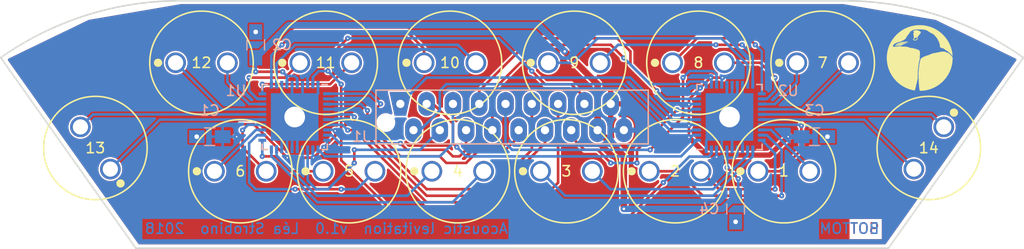
<source format=kicad_pcb>
(kicad_pcb (version 20171130) (host pcbnew "(5.0.1-3-g963ef8bb5)")
  (title_block (title "Acoustic levitation") (date 2018-04-11) (rev 1.0) (company "Wing PCB") (comment 1 "License: CERN OHL v1.2") (comment 2 "Author: Léa Strobino"))
  (layers (0 F.Cu signal) (31 B.Cu signal) (34 B.Paste user) (35 F.Paste user) (36 B.SilkS user) (37 F.SilkS user) (38 B.Mask user) (39 F.Mask user) (44 Edge.Cuts user))
  (net 0 "")
  (net 1 +3V3)
  (net 2 GND)
  (net 3 +12V)
  (net 4 /Piezo_A1)
  (net 5 /Piezo_A2)
  (net 6 /Piezo_A3)
  (net 7 /Piezo_A4)
  (net 8 /Piezo_A5)
  (net 9 /Piezo_A6)
  (net 10 /Piezo_A7)
  (net 11 /Piezo_B1)
  (net 12 /Piezo_B2)
  (net 13 /Piezo_B3)
  (net 14 /Piezo_B4)
  (net 15 /Piezo_B5)
  (net 16 /Piezo_B6)
  (net 17 /Piezo_B7)
  (net 18 /Enable)
  (net 19 "Net-(TR1-Pad1)")
  (net 20 "Net-(TR1-Pad2)")
  (net 21 "Net-(TR2-Pad1)")
  (net 22 "Net-(TR2-Pad2)")
  (net 23 "Net-(TR3-Pad1)")
  (net 24 "Net-(TR3-Pad2)")
  (net 25 "Net-(TR4-Pad1)")
  (net 26 "Net-(TR4-Pad2)")
  (net 27 "Net-(TR5-Pad1)")
  (net 28 "Net-(TR5-Pad2)")
  (net 29 "Net-(TR6-Pad1)")
  (net 30 "Net-(TR6-Pad2)")
  (net 31 "Net-(TR7-Pad1)")
  (net 32 "Net-(TR7-Pad2)")
  (net 33 "Net-(TR8-Pad1)")
  (net 34 "Net-(TR8-Pad2)")
  (net 35 "Net-(TR9-Pad1)")
  (net 36 "Net-(TR9-Pad2)")
  (net 37 "Net-(TR10-Pad1)")
  (net 38 "Net-(TR10-Pad2)")
  (net 39 "Net-(TR11-Pad1)")
  (net 40 "Net-(TR11-Pad2)")
  (net 41 "Net-(TR12-Pad1)")
  (net 42 "Net-(TR12-Pad2)")
  (net 43 "Net-(TR13-Pad1)")
  (net 44 "Net-(TR13-Pad2)")
  (net 45 "Net-(TR14-Pad1)")
  (net 46 "Net-(TR14-Pad2)")
  (module footprints:Murata_MA40S4S_TE_8134-HC-8P2 (layer F.Cu) (at 142.5 99.75)
    (fp_text reference TR1 hide)
    (fp_text value MA40S4S)
    (pad 2 thru_hole circle (at 2.5 0) (size 2 2) (drill 1.47) (layers *.Cu *.Mask) (net 20 "Net-(TR1-Pad2)"))
    (pad 1 thru_hole circle (at -2.5 0) (size 2 2) (drill 1.47) (layers *.Cu *.Mask) (net 19 "Net-(TR1-Pad1)"))
  )
  (module footprints:Murata_MA40S4S_TE_8134-HC-8P2 (layer F.Cu) (at 130.5 99.75)
    (fp_text reference TR2 hide)
    (fp_text value MA40S4S)
    (pad 2 thru_hole circle (at 2.5 0) (size 2 2) (drill 1.47) (layers *.Cu *.Mask) (net 22 "Net-(TR2-Pad2)"))
    (pad 1 thru_hole circle (at -2.5 0) (size 2 2) (drill 1.47) (layers *.Cu *.Mask) (net 21 "Net-(TR2-Pad1)"))
  )
  (module footprints:Murata_MA40S4S_TE_8134-HC-8P2 (layer F.Cu) (at 118.5 99.75)
    (fp_text reference TR3 hide)
    (fp_text value MA40S4S)
    (pad 2 thru_hole circle (at 2.5 0) (size 2 2) (drill 1.47) (layers *.Cu *.Mask) (net 24 "Net-(TR3-Pad2)"))
    (pad 1 thru_hole circle (at -2.5 0) (size 2 2) (drill 1.47) (layers *.Cu *.Mask) (net 23 "Net-(TR3-Pad1)"))
  )
  (module footprints:Murata_MA40S4S_TE_8134-HC-8P2 (layer F.Cu) (at 108.25 108 125.3)
    (fp_text reference TR4 hide)
    (fp_text value MA40S4S)
    (pad 2 thru_hole circle (at 2.5 0 125.3) (size 2 2) (drill 1.47) (layers *.Cu *.Mask) (net 26 "Net-(TR4-Pad2)"))
    (pad 1 thru_hole circle (at -2.5 0 125.3) (size 2 2) (drill 1.47) (layers *.Cu *.Mask) (net 25 "Net-(TR4-Pad1)"))
  )
  (module footprints:Murata_MA40S4S_TE_8134-HC-8P2 (layer F.Cu) (at 122.25 110.25)
    (fp_text reference TR5 hide)
    (fp_text value MA40S4S)
    (pad 2 thru_hole circle (at 2.5 0) (size 2 2) (drill 1.47) (layers *.Cu *.Mask) (net 28 "Net-(TR5-Pad2)"))
    (pad 1 thru_hole circle (at -2.5 0) (size 2 2) (drill 1.47) (layers *.Cu *.Mask) (net 27 "Net-(TR5-Pad1)"))
  )
  (module footprints:Murata_MA40S4S_TE_8134-HC-8P2 (layer F.Cu) (at 132.75 110.25)
    (fp_text reference TR6 hide)
    (fp_text value MA40S4S)
    (pad 2 thru_hole circle (at 2.5 0) (size 2 2) (drill 1.47) (layers *.Cu *.Mask) (net 30 "Net-(TR6-Pad2)"))
    (pad 1 thru_hole circle (at -2.5 0) (size 2 2) (drill 1.47) (layers *.Cu *.Mask) (net 29 "Net-(TR6-Pad1)"))
  )
  (module footprints:Murata_MA40S4S_TE_8134-HC-8P2 (layer F.Cu) (at 143.25 110.25)
    (fp_text reference TR7 hide)
    (fp_text value MA40S4S)
    (pad 2 thru_hole circle (at 2.5 0) (size 2 2) (drill 1.47) (layers *.Cu *.Mask) (net 32 "Net-(TR7-Pad2)"))
    (pad 1 thru_hole circle (at -2.5 0) (size 2 2) (drill 1.47) (layers *.Cu *.Mask) (net 31 "Net-(TR7-Pad1)"))
  )
  (module footprints:Murata_MA40S4S_TE_8134-HC-8P2 (layer F.Cu) (at 153.75 110.25)
    (fp_text reference TR8 hide)
    (fp_text value MA40S4S)
    (pad 2 thru_hole circle (at 2.5 0) (size 2 2) (drill 1.47) (layers *.Cu *.Mask) (net 34 "Net-(TR8-Pad2)"))
    (pad 1 thru_hole circle (at -2.5 0) (size 2 2) (drill 1.47) (layers *.Cu *.Mask) (net 33 "Net-(TR8-Pad1)"))
  )
  (module footprints:Murata_MA40S4S_TE_8134-HC-8P2 (layer F.Cu) (at 164.25 110.25)
    (fp_text reference TR9 hide)
    (fp_text value MA40S4S)
    (pad 2 thru_hole circle (at 2.5 0) (size 2 2) (drill 1.47) (layers *.Cu *.Mask) (net 36 "Net-(TR9-Pad2)"))
    (pad 1 thru_hole circle (at -2.5 0) (size 2 2) (drill 1.47) (layers *.Cu *.Mask) (net 35 "Net-(TR9-Pad1)"))
  )
  (module footprints:Murata_MA40S4S_TE_8134-HC-8P2 (layer F.Cu) (at 174.75 110.25)
    (fp_text reference TR10 hide)
    (fp_text value MA40S4S)
    (pad 2 thru_hole circle (at 2.5 0) (size 2 2) (drill 1.47) (layers *.Cu *.Mask) (net 38 "Net-(TR10-Pad2)"))
    (pad 1 thru_hole circle (at -2.5 0) (size 2 2) (drill 1.47) (layers *.Cu *.Mask) (net 37 "Net-(TR10-Pad1)"))
  )
  (module footprints:Murata_MA40S4S_TE_8134-HC-8P2 (layer F.Cu) (at 188.75 108 234.7)
    (fp_text reference TR11 hide)
    (fp_text value MA40S4S)
    (pad 2 thru_hole circle (at 2.5 0 234.7) (size 2 2) (drill 1.47) (layers *.Cu *.Mask) (net 40 "Net-(TR11-Pad2)"))
    (pad 1 thru_hole circle (at -2.5 0 234.7) (size 2 2) (drill 1.47) (layers *.Cu *.Mask) (net 39 "Net-(TR11-Pad1)"))
  )
  (module footprints:Murata_MA40S4S_TE_8134-HC-8P2 (layer F.Cu) (at 178.5 99.75)
    (fp_text reference TR12 hide)
    (fp_text value MA40S4S)
    (pad 2 thru_hole circle (at 2.5 0) (size 2 2) (drill 1.47) (layers *.Cu *.Mask) (net 42 "Net-(TR12-Pad2)"))
    (pad 1 thru_hole circle (at -2.5 0) (size 2 2) (drill 1.47) (layers *.Cu *.Mask) (net 41 "Net-(TR12-Pad1)"))
  )
  (module footprints:Murata_MA40S4S_TE_8134-HC-8P2 (layer F.Cu) (at 166.5 99.75)
    (fp_text reference TR13 hide)
    (fp_text value MA40S4S)
    (pad 2 thru_hole circle (at 2.5 0) (size 2 2) (drill 1.47) (layers *.Cu *.Mask) (net 44 "Net-(TR13-Pad2)"))
    (pad 1 thru_hole circle (at -2.5 0) (size 2 2) (drill 1.47) (layers *.Cu *.Mask) (net 43 "Net-(TR13-Pad1)"))
  )
  (module footprints:Murata_MA40S4S_TE_8134-HC-8P2 (layer F.Cu) (at 154.5 99.75)
    (fp_text reference TR14 hide)
    (fp_text value MA40S4S)
    (pad 2 thru_hole circle (at 2.5 0) (size 2 2) (drill 1.47) (layers *.Cu *.Mask) (net 46 "Net-(TR14-Pad2)"))
    (pad 1 thru_hole circle (at -2.5 0) (size 2 2) (drill 1.47) (layers *.Cu *.Mask) (net 45 "Net-(TR14-Pad1)"))
  )
  (module footprints:TE_8-215079-8 (layer B.Cu) (at 137.705 103.73 180)
    (fp_text reference J1 (at 3.81 -3.175 180) (layer B.SilkS) (effects (justify mirror)))
    (fp_text value 8-215079-8)
    (pad "" np_thru_hole circle (at 1.4 -1.8 180) (size 1.5 1.5) (drill 1.5) (layers *.Cu *.Mask))
    (pad 18 thru_hole oval (at -21.59 -2.54 180) (size 1.6 2.3) (drill 0.8) (layers *.Cu *.Mask) (net 1 +3V3))
    (pad 17 thru_hole oval (at -20.32 0 180) (size 1.6 2.3) (drill 0.8) (layers *.Cu *.Mask) (net 2 GND))
    (pad 16 thru_hole oval (at -19.05 -2.54 180) (size 1.6 2.3) (drill 0.8) (layers *.Cu *.Mask) (net 3 +12V))
    (pad 15 thru_hole oval (at -17.78 0 180) (size 1.6 2.3) (drill 0.8) (layers *.Cu *.Mask) (net 18 /Enable))
    (pad 14 thru_hole oval (at -16.51 -2.54 180) (size 1.6 2.3) (drill 0.8) (layers *.Cu *.Mask) (net 14 /Piezo_B4))
    (pad 13 thru_hole oval (at -15.24 0 180) (size 1.6 2.3) (drill 0.8) (layers *.Cu *.Mask) (net 7 /Piezo_A4))
    (pad 12 thru_hole oval (at -13.97 -2.54 180) (size 1.6 2.3) (drill 0.8) (layers *.Cu *.Mask) (net 6 /Piezo_A3))
    (pad 11 thru_hole oval (at -12.7 0 180) (size 1.6 2.3) (drill 0.8) (layers *.Cu *.Mask) (net 5 /Piezo_A2))
    (pad 10 thru_hole oval (at -11.43 -2.54 180) (size 1.6 2.3) (drill 0.8) (layers *.Cu *.Mask) (net 4 /Piezo_A1))
    (pad 9 thru_hole oval (at -10.16 0 180) (size 1.6 2.3) (drill 0.8) (layers *.Cu *.Mask) (net 17 /Piezo_B7))
    (pad 8 thru_hole oval (at -8.89 -2.54 180) (size 1.6 2.3) (drill 0.8) (layers *.Cu *.Mask) (net 16 /Piezo_B6))
    (pad 7 thru_hole oval (at -7.62 0 180) (size 1.6 2.3) (drill 0.8) (layers *.Cu *.Mask) (net 15 /Piezo_B5))
    (pad 6 thru_hole oval (at -6.35 -2.54 180) (size 1.6 2.3) (drill 0.8) (layers *.Cu *.Mask) (net 8 /Piezo_A5))
    (pad 5 thru_hole oval (at -5.08 0 180) (size 1.6 2.3) (drill 0.8) (layers *.Cu *.Mask) (net 9 /Piezo_A6))
    (pad 4 thru_hole oval (at -3.81 -2.54 180) (size 1.6 2.3) (drill 0.8) (layers *.Cu *.Mask) (net 10 /Piezo_A7))
    (pad 3 thru_hole oval (at -2.54 0 180) (size 1.6 2.3) (drill 0.8) (layers *.Cu *.Mask) (net 11 /Piezo_B1))
    (pad 2 thru_hole oval (at -1.27 -2.54 180) (size 1.6 2.3) (drill 0.8) (layers *.Cu *.Mask) (net 12 /Piezo_B2))
    (pad 1 thru_hole trapezoid (at 0 0 180) (size 1.6 2.3) (rect_delta 0 0.5) (drill 0.8) (layers *.Cu *.Mask) (net 13 /Piezo_B3))
  )
  (module footprints:QFN-40-1EP_6x6mm_Pitch0.5mm_HandSoldering (layer B.Cu) (at 127.5 105 180)
    (fp_text reference U1 (at 5.67 2.54 180) (layer B.SilkS) (effects (justify mirror)))
    (fp_text value MAX17079)
    (pad 41 smd rect (at 0 0 180) (size 4.6 4.6) (layers B.Cu B.Paste B.Mask) (net 2 GND))
    (pad 40 smd rect (at -2.25 3.125 90) (size 0.75 0.3) (layers B.Cu B.Paste B.Mask) (net 2 GND))
    (pad 39 smd rect (at -1.75 3.125 90) (size 0.75 0.3) (layers B.Cu B.Paste B.Mask) (net 18 /Enable))
    (pad 38 smd rect (at -1.25 3.125 90) (size 0.75 0.3) (layers B.Cu B.Paste B.Mask) (net 1 +3V3))
    (pad 37 smd rect (at -0.75 3.125 90) (size 0.75 0.3) (layers B.Cu B.Paste B.Mask) (net 2 GND))
    (pad 36 smd rect (at -0.25 3.125 90) (size 0.75 0.3) (layers B.Cu B.Paste B.Mask) (net 3 +12V))
    (pad 35 smd rect (at 0.25 3.125 90) (size 0.75 0.3) (layers B.Cu B.Paste B.Mask) (net 2 GND))
    (pad 34 smd rect (at 0.75 3.125 90) (size 0.75 0.3) (layers B.Cu B.Paste B.Mask) (net 3 +12V))
    (pad 33 smd rect (at 1.25 3.125 90) (size 0.75 0.3) (layers B.Cu B.Paste B.Mask) (net 2 GND))
    (pad 32 smd rect (at 1.75 3.125 90) (size 0.75 0.3) (layers B.Cu B.Paste B.Mask) (net 20 "Net-(TR1-Pad2)"))
    (pad 31 smd rect (at 2.25 3.125 90) (size 0.75 0.3) (layers B.Cu B.Paste B.Mask) (net 19 "Net-(TR1-Pad1)"))
    (pad 30 smd rect (at 3.125 2.25 180) (size 0.75 0.3) (layers B.Cu B.Paste B.Mask) (net 22 "Net-(TR2-Pad2)"))
    (pad 29 smd rect (at 3.125 1.75 180) (size 0.75 0.3) (layers B.Cu B.Paste B.Mask) (net 21 "Net-(TR2-Pad1)"))
    (pad 28 smd rect (at 3.125 1.25 180) (size 0.75 0.3) (layers B.Cu B.Paste B.Mask) (net 24 "Net-(TR3-Pad2)"))
    (pad 27 smd rect (at 3.125 0.75 180) (size 0.75 0.3) (layers B.Cu B.Paste B.Mask) (net 23 "Net-(TR3-Pad1)"))
    (pad 26 smd rect (at 3.125 0.25 180) (size 0.75 0.3) (layers B.Cu B.Paste B.Mask) (net 26 "Net-(TR4-Pad2)"))
    (pad 25 smd rect (at 3.125 -0.25 180) (size 0.75 0.3) (layers B.Cu B.Paste B.Mask) (net 25 "Net-(TR4-Pad1)"))
    (pad 24 smd rect (at 3.125 -0.75 180) (size 0.75 0.3) (layers B.Cu B.Paste B.Mask) (net 28 "Net-(TR5-Pad2)"))
    (pad 23 smd rect (at 3.125 -1.25 180) (size 0.75 0.3) (layers B.Cu B.Paste B.Mask) (net 27 "Net-(TR5-Pad1)"))
    (pad 22 smd rect (at 3.125 -1.75 180) (size 0.75 0.3) (layers B.Cu B.Paste B.Mask) (net 30 "Net-(TR6-Pad2)"))
    (pad 21 smd rect (at 3.125 -2.25 180) (size 0.75 0.3) (layers B.Cu B.Paste B.Mask) (net 29 "Net-(TR6-Pad1)"))
    (pad 20 smd rect (at 2.25 -3.125 90) (size 0.75 0.3) (layers B.Cu B.Paste B.Mask) (net 32 "Net-(TR7-Pad2)"))
    (pad 19 smd rect (at 1.75 -3.125 90) (size 0.75 0.3) (layers B.Cu B.Paste B.Mask) (net 31 "Net-(TR7-Pad1)"))
    (pad 18 smd rect (at 1.25 -3.125 90) (size 0.75 0.3) (layers B.Cu B.Paste B.Mask) (net 2 GND))
    (pad 17 smd rect (at 0.75 -3.125 90) (size 0.75 0.3) (layers B.Cu B.Paste B.Mask) (net 2 GND))
    (pad 16 smd rect (at 0.25 -3.125 90) (size 0.75 0.3) (layers B.Cu B.Paste B.Mask) (net 2 GND))
    (pad 15 smd rect (at -0.25 -3.125 90) (size 0.75 0.3) (layers B.Cu B.Paste B.Mask) (net 2 GND))
    (pad 14 smd rect (at -0.75 -3.125 90) (size 0.75 0.3) (layers B.Cu B.Paste B.Mask) (net 1 +3V3))
    (pad 13 smd rect (at -1.25 -3.125 90) (size 0.75 0.3) (layers B.Cu B.Paste B.Mask) (net 10 /Piezo_A7))
    (pad 12 smd rect (at -1.75 -3.125 90) (size 0.75 0.3) (layers B.Cu B.Paste B.Mask) (net 1 +3V3))
    (pad 11 smd rect (at -2.25 -3.125 90) (size 0.75 0.3) (layers B.Cu B.Paste B.Mask) (net 9 /Piezo_A6))
    (pad 10 smd rect (at -3.125 -2.25 180) (size 0.75 0.3) (layers B.Cu B.Paste B.Mask) (net 1 +3V3))
    (pad 9 smd rect (at -3.125 -1.75 180) (size 0.75 0.3) (layers B.Cu B.Paste B.Mask) (net 8 /Piezo_A5))
    (pad 8 smd rect (at -3.125 -1.25 180) (size 0.75 0.3) (layers B.Cu B.Paste B.Mask) (net 1 +3V3))
    (pad 7 smd rect (at -3.125 -0.75 180) (size 0.75 0.3) (layers B.Cu B.Paste B.Mask) (net 7 /Piezo_A4))
    (pad 6 smd rect (at -3.125 -0.25 180) (size 0.75 0.3) (layers B.Cu B.Paste B.Mask) (net 1 +3V3))
    (pad 5 smd rect (at -3.125 0.25 180) (size 0.75 0.3) (layers B.Cu B.Paste B.Mask) (net 6 /Piezo_A3))
    (pad 4 smd rect (at -3.125 0.75 180) (size 0.75 0.3) (layers B.Cu B.Paste B.Mask) (net 1 +3V3))
    (pad 3 smd rect (at -3.125 1.25 180) (size 0.75 0.3) (layers B.Cu B.Paste B.Mask) (net 5 /Piezo_A2))
    (pad 2 smd rect (at -3.125 1.75 180) (size 0.75 0.3) (layers B.Cu B.Paste B.Mask) (net 1 +3V3))
    (pad 1 smd rect (at -3.125 2.25 180) (size 0.75 0.3) (layers B.Cu B.Paste B.Mask) (net 4 /Piezo_A1))
  )
  (module footprints:QFN-40-1EP_6x6mm_Pitch0.5mm_HandSoldering (layer B.Cu) (at 169.5 105)
    (fp_text reference U2 (at 5.67 -2.54) (layer B.SilkS) (effects (justify mirror)))
    (fp_text value MAX17079)
    (pad 41 smd rect (at 0 0) (size 4.6 4.6) (layers B.Cu B.Paste B.Mask) (net 2 GND))
    (pad 40 smd rect (at -2.25 3.125 270) (size 0.75 0.3) (layers B.Cu B.Paste B.Mask) (net 2 GND))
    (pad 39 smd rect (at -1.75 3.125 270) (size 0.75 0.3) (layers B.Cu B.Paste B.Mask) (net 18 /Enable))
    (pad 38 smd rect (at -1.25 3.125 270) (size 0.75 0.3) (layers B.Cu B.Paste B.Mask) (net 1 +3V3))
    (pad 37 smd rect (at -0.75 3.125 270) (size 0.75 0.3) (layers B.Cu B.Paste B.Mask) (net 2 GND))
    (pad 36 smd rect (at -0.25 3.125 270) (size 0.75 0.3) (layers B.Cu B.Paste B.Mask) (net 3 +12V))
    (pad 35 smd rect (at 0.25 3.125 270) (size 0.75 0.3) (layers B.Cu B.Paste B.Mask) (net 2 GND))
    (pad 34 smd rect (at 0.75 3.125 270) (size 0.75 0.3) (layers B.Cu B.Paste B.Mask) (net 3 +12V))
    (pad 33 smd rect (at 1.25 3.125 270) (size 0.75 0.3) (layers B.Cu B.Paste B.Mask) (net 2 GND))
    (pad 32 smd rect (at 1.75 3.125 270) (size 0.75 0.3) (layers B.Cu B.Paste B.Mask) (net 34 "Net-(TR8-Pad2)"))
    (pad 31 smd rect (at 2.25 3.125 270) (size 0.75 0.3) (layers B.Cu B.Paste B.Mask) (net 33 "Net-(TR8-Pad1)"))
    (pad 30 smd rect (at 3.125 2.25) (size 0.75 0.3) (layers B.Cu B.Paste B.Mask) (net 36 "Net-(TR9-Pad2)"))
    (pad 29 smd rect (at 3.125 1.75) (size 0.75 0.3) (layers B.Cu B.Paste B.Mask) (net 35 "Net-(TR9-Pad1)"))
    (pad 28 smd rect (at 3.125 1.25) (size 0.75 0.3) (layers B.Cu B.Paste B.Mask) (net 38 "Net-(TR10-Pad2)"))
    (pad 27 smd rect (at 3.125 0.75) (size 0.75 0.3) (layers B.Cu B.Paste B.Mask) (net 37 "Net-(TR10-Pad1)"))
    (pad 26 smd rect (at 3.125 0.25) (size 0.75 0.3) (layers B.Cu B.Paste B.Mask) (net 40 "Net-(TR11-Pad2)"))
    (pad 25 smd rect (at 3.125 -0.25) (size 0.75 0.3) (layers B.Cu B.Paste B.Mask) (net 39 "Net-(TR11-Pad1)"))
    (pad 24 smd rect (at 3.125 -0.75) (size 0.75 0.3) (layers B.Cu B.Paste B.Mask) (net 42 "Net-(TR12-Pad2)"))
    (pad 23 smd rect (at 3.125 -1.25) (size 0.75 0.3) (layers B.Cu B.Paste B.Mask) (net 41 "Net-(TR12-Pad1)"))
    (pad 22 smd rect (at 3.125 -1.75) (size 0.75 0.3) (layers B.Cu B.Paste B.Mask) (net 44 "Net-(TR13-Pad2)"))
    (pad 21 smd rect (at 3.125 -2.25) (size 0.75 0.3) (layers B.Cu B.Paste B.Mask) (net 43 "Net-(TR13-Pad1)"))
    (pad 20 smd rect (at 2.25 -3.125 270) (size 0.75 0.3) (layers B.Cu B.Paste B.Mask) (net 46 "Net-(TR14-Pad2)"))
    (pad 19 smd rect (at 1.75 -3.125 270) (size 0.75 0.3) (layers B.Cu B.Paste B.Mask) (net 45 "Net-(TR14-Pad1)"))
    (pad 18 smd rect (at 1.25 -3.125 270) (size 0.75 0.3) (layers B.Cu B.Paste B.Mask) (net 2 GND))
    (pad 17 smd rect (at 0.75 -3.125 270) (size 0.75 0.3) (layers B.Cu B.Paste B.Mask) (net 2 GND))
    (pad 16 smd rect (at 0.25 -3.125 270) (size 0.75 0.3) (layers B.Cu B.Paste B.Mask) (net 2 GND))
    (pad 15 smd rect (at -0.25 -3.125 270) (size 0.75 0.3) (layers B.Cu B.Paste B.Mask) (net 2 GND))
    (pad 14 smd rect (at -0.75 -3.125 270) (size 0.75 0.3) (layers B.Cu B.Paste B.Mask) (net 1 +3V3))
    (pad 13 smd rect (at -1.25 -3.125 270) (size 0.75 0.3) (layers B.Cu B.Paste B.Mask) (net 17 /Piezo_B7))
    (pad 12 smd rect (at -1.75 -3.125 270) (size 0.75 0.3) (layers B.Cu B.Paste B.Mask) (net 1 +3V3))
    (pad 11 smd rect (at -2.25 -3.125 270) (size 0.75 0.3) (layers B.Cu B.Paste B.Mask) (net 16 /Piezo_B6))
    (pad 10 smd rect (at -3.125 -2.25) (size 0.75 0.3) (layers B.Cu B.Paste B.Mask) (net 1 +3V3))
    (pad 9 smd rect (at -3.125 -1.75) (size 0.75 0.3) (layers B.Cu B.Paste B.Mask) (net 15 /Piezo_B5))
    (pad 8 smd rect (at -3.125 -1.25) (size 0.75 0.3) (layers B.Cu B.Paste B.Mask) (net 1 +3V3))
    (pad 7 smd rect (at -3.125 -0.75) (size 0.75 0.3) (layers B.Cu B.Paste B.Mask) (net 14 /Piezo_B4))
    (pad 6 smd rect (at -3.125 -0.25) (size 0.75 0.3) (layers B.Cu B.Paste B.Mask) (net 1 +3V3))
    (pad 5 smd rect (at -3.125 0.25) (size 0.75 0.3) (layers B.Cu B.Paste B.Mask) (net 13 /Piezo_B3))
    (pad 4 smd rect (at -3.125 0.75) (size 0.75 0.3) (layers B.Cu B.Paste B.Mask) (net 1 +3V3))
    (pad 3 smd rect (at -3.125 1.25) (size 0.75 0.3) (layers B.Cu B.Paste B.Mask) (net 12 /Piezo_B2))
    (pad 2 smd rect (at -3.125 1.75) (size 0.75 0.3) (layers B.Cu B.Paste B.Mask) (net 1 +3V3))
    (pad 1 smd rect (at -3.125 2.25) (size 0.75 0.3) (layers B.Cu B.Paste B.Mask) (net 11 /Piezo_B1))
  )
  (module footprints:C_0805_HandSoldering (layer B.Cu) (at 119.29 106.905 180)
    (fp_text reference C1 (at 0 2.54 180) (layer B.SilkS) (effects (justify mirror)))
    (fp_text value 100n)
    (pad 2 smd rect (at 1.25 0 180) (size 1.5 1.25) (layers B.Cu B.Paste B.Mask) (net 2 GND))
    (pad 1 smd rect (at -1.25 0 180) (size 1.5 1.25) (layers B.Cu B.Paste B.Mask) (net 1 +3V3))
  )
  (module footprints:C_0805_HandSoldering (layer B.Cu) (at 123.735 98.015 90)
    (fp_text reference C2 (at 0 2.54 180) (layer B.SilkS) (effects (justify mirror)))
    (fp_text value 100n)
    (pad 2 smd rect (at 1.25 0 90) (size 1.5 1.25) (layers B.Cu B.Paste B.Mask) (net 2 GND))
    (pad 1 smd rect (at -1.25 0 90) (size 1.5 1.25) (layers B.Cu B.Paste B.Mask) (net 3 +12V))
  )
  (module footprints:C_0805_HandSoldering (layer B.Cu) (at 177.71 106.905)
    (fp_text reference C3 (at 0 -2.54) (layer B.SilkS) (effects (justify mirror)))
    (fp_text value 100n)
    (pad 2 smd rect (at 1.25 0) (size 1.5 1.25) (layers B.Cu B.Paste B.Mask) (net 2 GND))
    (pad 1 smd rect (at -1.25 0) (size 1.5 1.25) (layers B.Cu B.Paste B.Mask) (net 1 +3V3))
  )
  (module footprints:C_0805_HandSoldering (layer B.Cu) (at 170.09 113.89 270)
    (fp_text reference C4 (at 0 2.54) (layer B.SilkS) (effects (justify mirror)))
    (fp_text value 100n)
    (pad 2 smd rect (at 1.25 0 270) (size 1.5 1.25) (layers B.Cu B.Paste B.Mask) (net 2 GND))
    (pad 1 smd rect (at -1.25 0 270) (size 1.5 1.25) (layers B.Cu B.Paste B.Mask) (net 3 +12V))
  )
  (module footprints:Penguin_6.35mm (layer F.Cu) (at 187.87 99.285)
    (fp_text reference G*** hide)
    (fp_text value PENGUIN hide)
  )
  (gr_text 12 (at 118.5 99.75) (layer F.SilkS) (effects (font (size 1 1))))
  (gr_text 11 (at 130.5 99.75) (layer F.SilkS) (effects (font (size 1 1))))
  (gr_text 10 (at 142.5 99.75) (layer F.SilkS) (effects (font (size 1 1))))
  (gr_text 9 (at 154.5 99.75) (layer F.SilkS) (effects (font (size 1 1))))
  (gr_text 8 (at 166.5 99.75) (layer F.SilkS) (effects (font (size 1 1))))
  (gr_text 7 (at 178.5 99.75) (layer F.SilkS) (effects (font (size 1 1))))
  (gr_text 1 (at 174.75 110.25) (layer F.SilkS) (effects (font (size 1 1))))
  (gr_text 2 (at 164.25 110.25) (layer F.SilkS) (effects (font (size 1 1))))
  (gr_text 3 (at 153.75 110.25) (layer F.SilkS) (effects (font (size 1 1))))
  (gr_text 4 (at 143.25 110.25) (layer F.SilkS) (effects (font (size 1 1))))
  (gr_text 5 (at 132.75 110.25) (layer F.SilkS) (effects (font (size 1 1))))
  (gr_text 6 (at 122.25 110.25) (layer F.SilkS) (effects (font (size 1 1))))
  (gr_text 14 (at 188.75 108) (layer F.SilkS) (effects (font (size 1 1))))
  (gr_text 13 (at 108.25 108) (layer F.SilkS) (effects (font (size 1 1))))
  (gr_arc (start 180.568 123.75) (end 180.568 93.75) (angle 35.2641) (layer Edge.Cuts) (width 0.15))
  (gr_arc (start 116.432 123.75) (end 116.432 93.75) (angle -35.2641) (layer Edge.Cuts) (width 0.15))
  (gr_text BOTTOM (at 184.06 115.795) (layer B.Cu) (effects (font (size 1 1)) (justify left mirror)))
  (gr_text TOP (at 184.06 115.795) (layer F.Cu) (effects (font (size 1 1)) (justify right)))
  (gr_text "Acoustic levitation  v1.0  Léa Strobino  2018" (at 112.94 115.795) (layer B.Cu) (effects (font (size 1 1)) (justify right mirror)))
  (gr_line (start 112.154 117.7) (end 99.112 99.255) (angle 90) (layer Edge.Cuts) (width 0.15))
  (gr_line (start 116.432 93.75) (end 180.568 93.75) (angle 90) (layer Edge.Cuts) (width 0.15))
  (gr_line (start 197.888 99.255) (end 184.846 117.7) (angle 90) (layer Edge.Cuts) (width 0.15))
  (gr_line (start 112.154 117.7) (end 184.846 117.7) (angle 90) (layer Edge.Cuts) (width 0.15))
  (segment (start 166.375 102.75) (end 166.375 102.238) (width 0.254) (layer B.Cu) (net 1))
  (via (at 166.661 102.206) (size 0.5) (drill 0.15) (layers F.Cu B.Cu) (net 1))
  (segment (start 166.407 102.206) (end 166.661 102.206) (width 0.254) (layer B.Cu) (net 1))
  (segment (start 166.375 102.238) (end 166.407 102.206) (width 0.254) (layer B.Cu) (net 1))
  (segment (start 130.625 107.25) (end 130.625 107.889) (width 0.254) (layer B.Cu) (net 1))
  (via (at 130.339 107.921) (size 0.5) (drill 0.15) (layers F.Cu B.Cu) (net 1))
  (segment (start 130.593 107.921) (end 130.339 107.921) (width 0.254) (layer B.Cu) (net 1))
  (segment (start 130.625 107.889) (end 130.593 107.921) (width 0.254) (layer B.Cu) (net 1))
  (segment (start 165.657 105.75) (end 166.375 105.75) (width 0.254) (layer B.Cu) (net 1))
  (segment (start 165.5815 105.8255) (end 165.657 105.75) (width 0.254) (layer B.Cu) (net 1))
  (segment (start 168.2485 108.8735) (end 168.2485 108.683) (width 0.508) (layer F.Cu) (net 1))
  (via (at 168.2485 108.8735) (size 0.508) (drill 0.15) (layers F.Cu B.Cu) (net 1))
  (via (at 165.5815 105.8255) (size 0.5) (drill 0.15) (layers F.Cu B.Cu) (net 1))
  (segment (start 165.5815 103.7935) (end 165.625 103.75) (width 0.254) (layer B.Cu) (net 1))
  (via (at 165.5815 103.7935) (size 0.5) (drill 0.15) (layers F.Cu B.Cu) (net 1))
  (segment (start 165.625 103.75) (end 166.375 103.75) (width 0.254) (layer B.Cu) (net 1))
  (segment (start 129.25 108.125) (end 129.25 108.864) (width 0.254) (layer B.Cu) (net 1))
  (via (at 129.323 108.937) (size 0.5) (drill 0.15) (layers F.Cu B.Cu) (net 1))
  (segment (start 129.25 108.864) (end 129.323 108.937) (width 0.254) (layer B.Cu) (net 1))
  (segment (start 130.625 106.25) (end 131.335 106.25) (width 0.254) (layer B.Cu) (net 1))
  (segment (start 122.211 105.6985) (end 123.5445 105.6985) (width 0.254) (layer F.Cu) (net 1))
  (via (at 121.8935 106.905) (size 0.5) (drill 0.15) (layers F.Cu B.Cu) (net 1))
  (segment (start 121.8935 106.905) (end 121.8935 106.016) (width 0.254) (layer F.Cu) (net 1))
  (segment (start 121.8935 106.016) (end 122.211 105.6985) (width 0.254) (layer F.Cu) (net 1))
  (segment (start 121.8935 106.905) (end 120.54 106.905) (width 0.254) (layer B.Cu) (net 1))
  (via (at 126.783 108.937) (size 0.508) (drill 0.15) (layers F.Cu B.Cu) (net 1))
  (segment (start 123.5445 105.6985) (end 126.783 108.937) (width 0.254) (layer F.Cu) (net 1))
  (segment (start 129.323 108.937) (end 130.339 107.921) (width 0.254) (layer F.Cu) (net 1))
  (segment (start 130.339 107.921) (end 131.4185 106.8415) (width 0.254) (layer F.Cu) (net 1))
  (via (at 131.4185 106.3335) (size 0.5) (drill 0.15) (layers F.Cu B.Cu) (net 1))
  (segment (start 131.4185 106.3335) (end 131.4185 106.8415) (width 0.254) (layer F.Cu) (net 1))
  (segment (start 126.783 108.937) (end 129.323 108.937) (width 0.254) (layer F.Cu) (net 1))
  (segment (start 131.335 106.25) (end 131.4185 106.3335) (width 0.254) (layer B.Cu) (net 1))
  (segment (start 165.5815 106.9685) (end 165.5815 105.8255) (width 0.254) (layer F.Cu) (net 1))
  (segment (start 165.5815 103.7935) (end 165.5815 105.8255) (width 0.254) (layer F.Cu) (net 1))
  (segment (start 165.5815 103.2855) (end 165.5815 103.7935) (width 0.254) (layer F.Cu) (net 1))
  (segment (start 165.5815 103.2855) (end 166.661 102.206) (width 0.254) (layer F.Cu) (net 1))
  (segment (start 168.2485 108.683) (end 167.296 108.683) (width 0.508) (layer F.Cu) (net 1))
  (segment (start 167.296 108.683) (end 165.5815 106.9685) (width 0.508) (layer F.Cu) (net 1))
  (segment (start 176.46 106.905) (end 177.583 106.905) (width 0.508) (layer B.Cu) (net 1))
  (segment (start 176.46 106.905) (end 175.17 106.905) (width 0.508) (layer B.Cu) (net 1))
  (segment (start 173.392 108.683) (end 175.17 106.905) (width 0.508) (layer F.Cu) (net 1))
  (via (at 175.17 106.905) (size 0.508) (drill 0.15) (layers F.Cu B.Cu) (net 1))
  (segment (start 173.392 108.683) (end 168.2485 108.683) (width 0.508) (layer F.Cu) (net 1))
  (segment (start 176.46 106.905) (end 176.46 108.028) (width 0.508) (layer B.Cu) (net 1))
  (segment (start 165.5815 106.9685) (end 165.7339 106.9685) (width 0.254) (layer B.Cu) (net 1))
  (segment (start 165.7339 106.9685) (end 165.9524 106.75) (width 0.254) (layer B.Cu) (net 1))
  (segment (start 165.9524 106.75) (end 166.375 106.75) (width 0.254) (layer B.Cu) (net 1))
  (segment (start 163.6765 106.9685) (end 165.5815 106.9685) (width 0.508) (layer B.Cu) (net 1))
  (segment (start 162.978 106.27) (end 163.6765 106.9685) (width 0.508) (layer B.Cu) (net 1))
  (segment (start 159.295 106.27) (end 162.978 106.27) (width 0.508) (layer B.Cu) (net 1))
  (segment (start 167.75 101.263) (end 167.75 101.875) (width 0.254) (layer B.Cu) (net 1))
  (segment (start 167.677 101.19) (end 167.75 101.263) (width 0.254) (layer B.Cu) (net 1))
  (segment (start 168.75 101.875) (end 168.75 101.26) (width 0.254) (layer B.Cu) (net 1))
  (segment (start 168.75 101.26) (end 168.82 101.19) (width 0.254) (layer B.Cu) (net 1))
  (segment (start 159.295 106.27) (end 158.025 106.27) (width 0.508) (layer B.Cu) (net 1))
  (segment (start 159.295 106.27) (end 159.295 104.746) (width 0.508) (layer B.Cu) (net 1))
  (via (at 165.5815 106.9685) (size 0.508) (drill 0.15) (layers F.Cu B.Cu) (net 1))
  (segment (start 166.375 104.75) (end 165.931498 104.75) (width 0.254) (layer B.Cu) (net 1))
  (segment (start 165.871998 104.8095) (end 164.6925 104.8095) (width 0.254) (layer B.Cu) (net 1))
  (segment (start 165.931498 104.75) (end 165.871998 104.8095) (width 0.254) (layer B.Cu) (net 1))
  (segment (start 167.677 101.19) (end 166.661 102.206) (width 0.254) (layer F.Cu) (net 1))
  (via (at 168.82 101.19) (size 0.5) (drill 0.15) (layers F.Cu B.Cu) (net 1))
  (segment (start 168.82 101.19) (end 167.677 101.19) (width 0.254) (layer F.Cu) (net 1))
  (via (at 167.677 101.19) (size 0.5) (drill 0.15) (layers F.Cu B.Cu) (net 1))
  (via (at 170.09 115.14) (size 1) (drill 0.45) (layers F.Cu B.Cu) (net 2))
  (via (at 178.96 106.905) (size 1) (drill 0.45) (layers F.Cu B.Cu) (net 2))
  (via (at 123.735 96.765) (size 1) (drill 0.45) (layers F.Cu B.Cu) (net 2))
  (via (at 118.04 106.905) (size 1) (drill 0.45) (layers F.Cu B.Cu) (net 2))
  (via (at 127.5 105) (size 3) (drill 2) (layers F.Cu B.Cu) (net 2))
  (segment (start 127.5 105) (end 127.545 105) (width 0.254) (layer F.Cu) (net 2))
  (via (at 169.5 105) (size 3) (drill 2) (layers F.Cu B.Cu) (net 2))
  (segment (start 169.5 105) (end 169.455 105) (width 0.254) (layer F.Cu) (net 2))
  (segment (start 168.75 108.125) (end 168.75 105.75) (width 0.254) (layer B.Cu) (net 2))
  (segment (start 168.75 105.75) (end 169.5 105) (width 0.254) (layer B.Cu) (net 2))
  (segment (start 169.25 101.875) (end 169.25 104.75) (width 0.254) (layer B.Cu) (net 2))
  (segment (start 169.25 104.75) (end 169.5 105) (width 0.254) (layer B.Cu) (net 2))
  (segment (start 169.75 101.875) (end 169.75 104.75) (width 0.254) (layer B.Cu) (net 2))
  (segment (start 169.75 104.75) (end 169.5 105) (width 0.254) (layer B.Cu) (net 2))
  (segment (start 170.25 101.875) (end 170.25 104.25) (width 0.254) (layer B.Cu) (net 2))
  (segment (start 170.25 104.25) (end 169.5 105) (width 0.254) (layer B.Cu) (net 2))
  (segment (start 170.75 101.875) (end 170.75 103.75) (width 0.254) (layer B.Cu) (net 2))
  (segment (start 170.75 103.75) (end 169.5 105) (width 0.254) (layer B.Cu) (net 2))
  (segment (start 170.75 108.125) (end 170.75 106.25) (width 0.254) (layer B.Cu) (net 2))
  (segment (start 170.75 106.25) (end 169.5 105) (width 0.254) (layer B.Cu) (net 2))
  (segment (start 169.75 108.125) (end 169.75 105.25) (width 0.254) (layer B.Cu) (net 2))
  (segment (start 169.75 105.25) (end 169.5 105) (width 0.254) (layer B.Cu) (net 2))
  (segment (start 167.25 108.125) (end 167.25 107.25) (width 0.254) (layer B.Cu) (net 2))
  (segment (start 167.25 107.25) (end 169.5 105) (width 0.254) (layer B.Cu) (net 2))
  (segment (start 127.75 108.125) (end 127.75 105.25) (width 0.254) (layer B.Cu) (net 2))
  (segment (start 127.75 105.25) (end 127.5 105) (width 0.254) (layer B.Cu) (net 2))
  (segment (start 127.25 108.125) (end 127.25 105.25) (width 0.254) (layer B.Cu) (net 2))
  (segment (start 127.25 105.25) (end 127.5 105) (width 0.254) (layer B.Cu) (net 2))
  (segment (start 126.75 108.125) (end 126.75 105.75) (width 0.254) (layer B.Cu) (net 2))
  (segment (start 126.75 105.75) (end 127.5 105) (width 0.254) (layer B.Cu) (net 2))
  (segment (start 126.25 108.125) (end 126.25 106.25) (width 0.254) (layer B.Cu) (net 2))
  (segment (start 126.25 106.25) (end 127.5 105) (width 0.254) (layer B.Cu) (net 2))
  (segment (start 126.25 101.875) (end 126.25 103.75) (width 0.254) (layer B.Cu) (net 2))
  (segment (start 126.25 103.75) (end 127.5 105) (width 0.254) (layer B.Cu) (net 2))
  (segment (start 127.25 101.875) (end 127.25 104.75) (width 0.254) (layer B.Cu) (net 2))
  (segment (start 127.25 104.75) (end 127.5 105) (width 0.254) (layer B.Cu) (net 2))
  (segment (start 128.25 101.875) (end 128.25 104.25) (width 0.254) (layer B.Cu) (net 2))
  (segment (start 128.25 104.25) (end 127.5 105) (width 0.254) (layer B.Cu) (net 2))
  (segment (start 129.75 101.875) (end 129.75 102.75) (width 0.254) (layer B.Cu) (net 2))
  (segment (start 129.75 102.75) (end 127.5 105) (width 0.254) (layer B.Cu) (net 2))
  (segment (start 169.2645 108.937) (end 170.0265 108.937) (width 0.254) (layer B.Cu) (net 3))
  (segment (start 170.25 108.7135) (end 170.0265 108.937) (width 0.254) (layer B.Cu) (net 3))
  (segment (start 170.25 108.7135) (end 170.25 108.125) (width 0.254) (layer B.Cu) (net 3))
  (segment (start 169.25 108.125) (end 169.2645 108.1395) (width 0.254) (layer B.Cu) (net 3))
  (segment (start 169.2645 108.1395) (end 169.2645 108.937) (width 0.254) (layer B.Cu) (net 3))
  (segment (start 169.2645 108.937) (end 169.2645 109.8895) (width 0.254) (layer B.Cu) (net 3))
  (via (at 169.2645 109.8895) (size 0.5) (drill 0.15) (layers F.Cu B.Cu) (net 3))
  (segment (start 169.2645 109.8895) (end 170.344 110.969) (width 0.254) (layer F.Cu) (net 3))
  (via (at 170.344 110.969) (size 0.5) (drill 0.15) (layers F.Cu B.Cu) (net 3))
  (segment (start 170.344 110.969) (end 170.344 112.386) (width 0.254) (layer B.Cu) (net 3))
  (segment (start 170.344 112.386) (end 170.09 112.64) (width 0.254) (layer B.Cu) (net 3))
  (segment (start 127.75 101.875) (end 127.75 101.268) (width 0.254) (layer B.Cu) (net 3))
  (segment (start 127.512 101.03) (end 126.75 101.03) (width 0.254) (layer B.Cu) (net 3))
  (segment (start 127.75 101.268) (end 127.512 101.03) (width 0.254) (layer B.Cu) (net 3))
  (segment (start 126.75 101.875) (end 126.75 101.03) (width 0.254) (layer B.Cu) (net 3))
  (segment (start 123.735 100.6185) (end 123.735 99.265) (width 0.254) (layer B.Cu) (net 3))
  (via (at 123.735 100.6185) (size 0.5) (drill 0.15) (layers F.Cu B.Cu) (net 3))
  (segment (start 126.3385 100.6185) (end 123.735 100.6185) (width 0.254) (layer F.Cu) (net 3))
  (via (at 126.3385 100.6185) (size 0.5) (drill 0.15) (layers F.Cu B.Cu) (net 3))
  (segment (start 126.75 101.03) (end 126.3385 100.6185) (width 0.254) (layer B.Cu) (net 3))
  (segment (start 156.755 101.825) (end 153.58 98.65) (width 0.635) (layer F.Cu) (net 3))
  (segment (start 156.755 106.27) (end 156.755 101.825) (width 0.635) (layer F.Cu) (net 3))
  (via (at 153.58 98.65) (size 0.635) (drill 0.25) (layers F.Cu B.Cu) (net 3))
  (segment (start 153.58 98.65) (end 151.04 96.11) (width 0.635) (layer B.Cu) (net 3))
  (segment (start 126.91 96.11) (end 151.04 96.11) (width 0.635) (layer B.Cu) (net 3))
  (segment (start 159.295 113.89) (end 168.84 113.89) (width 0.635) (layer B.Cu) (net 3))
  (via (at 159.295 113.89) (size 0.635) (drill 0.25) (layers F.Cu B.Cu) (net 3))
  (segment (start 159.295 108.81) (end 156.755 106.27) (width 0.635) (layer F.Cu) (net 3))
  (segment (start 159.295 108.81) (end 159.295 113.89) (width 0.635) (layer F.Cu) (net 3))
  (segment (start 168.84 113.89) (end 170.09 112.64) (width 0.635) (layer B.Cu) (net 3))
  (segment (start 170.11 112.62) (end 170.09 112.6) (width 0.254) (layer B.Cu) (net 3))
  (segment (start 126.91 96.11) (end 123.755 99.265) (width 0.635) (layer B.Cu) (net 3))
  (segment (start 123.735 99.265) (end 123.755 99.265) (width 0.635) (layer B.Cu) (net 3))
  (segment (start 134.82 102.75) (end 130.625 102.75) (width 0.254) (layer B.Cu) (net 4))
  (segment (start 135.8 103.73) (end 134.82 102.75) (width 0.254) (layer B.Cu) (net 4))
  (via (at 135.8 103.73) (size 0.5) (drill 0.15) (layers F.Cu B.Cu) (net 4))
  (segment (start 135.165 104.365) (end 135.8 103.73) (width 0.254) (layer F.Cu) (net 4))
  (segment (start 142.15 109.445) (end 141.515 108.81) (width 0.254) (layer F.Cu) (net 4))
  (segment (start 144.055 109.445) (end 142.15 109.445) (width 0.254) (layer F.Cu) (net 4))
  (segment (start 145.325 108.175) (end 144.055 109.445) (width 0.254) (layer F.Cu) (net 4))
  (segment (start 141.515 108.81) (end 137.705 108.81) (width 0.254) (layer F.Cu) (net 4))
  (segment (start 137.705 108.81) (end 135.165 106.27) (width 0.254) (layer F.Cu) (net 4))
  (segment (start 135.165 106.27) (end 135.165 104.365) (width 0.254) (layer F.Cu) (net 4))
  (segment (start 149.135 106.905) (end 147.865 108.175) (width 0.254) (layer F.Cu) (net 4))
  (segment (start 145.325 108.175) (end 147.865 108.175) (width 0.254) (layer F.Cu) (net 4))
  (segment (start 149.135 106.905) (end 149.135 106.27) (width 0.254) (layer F.Cu) (net 4))
  (segment (start 134.53 106.27) (end 134.53 104.365) (width 0.254) (layer F.Cu) (net 5))
  (via (at 134.53 104.365) (size 0.5) (drill 0.15) (layers F.Cu B.Cu) (net 5))
  (segment (start 133.915 103.75) (end 134.53 104.365) (width 0.254) (layer B.Cu) (net 5))
  (segment (start 130.625 103.75) (end 133.915 103.75) (width 0.254) (layer B.Cu) (net 5))
  (segment (start 140.245 111.985) (end 134.53 106.27) (width 0.254) (layer F.Cu) (net 5))
  (segment (start 146.595 111.985) (end 140.245 111.985) (width 0.254) (layer F.Cu) (net 5))
  (segment (start 150.405 108.175) (end 146.595 111.985) (width 0.254) (layer F.Cu) (net 5))
  (segment (start 150.405 108.175) (end 150.405 103.73) (width 0.254) (layer F.Cu) (net 5))
  (segment (start 133.01 104.75) (end 130.625 104.75) (width 0.254) (layer B.Cu) (net 6))
  (segment (start 133.26 105) (end 133.01 104.75) (width 0.254) (layer B.Cu) (net 6))
  (via (at 133.26 105) (size 0.5) (drill 0.15) (layers F.Cu B.Cu) (net 6))
  (segment (start 133.26 105.635) (end 133.26 105) (width 0.254) (layer F.Cu) (net 6))
  (segment (start 146.595 112.62) (end 140.245 112.62) (width 0.254) (layer F.Cu) (net 6))
  (segment (start 151.675 107.54) (end 146.595 112.62) (width 0.254) (layer F.Cu) (net 6))
  (segment (start 151.675 107.54) (end 151.675 106.27) (width 0.254) (layer F.Cu) (net 6))
  (segment (start 140.245 112.62) (end 133.26 105.635) (width 0.254) (layer F.Cu) (net 6))
  (segment (start 130.625 105.75) (end 132.105 105.75) (width 0.254) (layer B.Cu) (net 7))
  (segment (start 152.945 111.35) (end 152.945 103.73) (width 0.254) (layer F.Cu) (net 7))
  (segment (start 152.945 111.35) (end 151.04 113.255) (width 0.254) (layer F.Cu) (net 7))
  (segment (start 151.04 113.255) (end 140.245 113.255) (width 0.254) (layer F.Cu) (net 7))
  (segment (start 133.26 106.27) (end 140.245 113.255) (width 0.254) (layer F.Cu) (net 7))
  (segment (start 132.625 106.27) (end 133.26 106.27) (width 0.254) (layer F.Cu) (net 7))
  (via (at 132.625 106.27) (size 0.5) (drill 0.15) (layers F.Cu B.Cu) (net 7))
  (segment (start 132.105 105.75) (end 132.625 106.27) (width 0.254) (layer B.Cu) (net 7))
  (segment (start 152.945 103.73) (end 153.58 103.73) (width 0.254) (layer F.Cu) (net 7))
  (segment (start 130.625 106.75) (end 131.073 106.75) (width 0.254) (layer B.Cu) (net 8))
  (segment (start 142.15 108.175) (end 138.34 108.175) (width 0.254) (layer F.Cu) (net 8))
  (via (at 137.705 107.54) (size 0.5) (drill 0.15) (layers F.Cu B.Cu) (net 8))
  (segment (start 138.34 108.175) (end 137.705 107.54) (width 0.254) (layer F.Cu) (net 8))
  (segment (start 142.15 108.175) (end 142.785 108.81) (width 0.254) (layer F.Cu) (net 8))
  (segment (start 144.055 108.175) (end 144.055 106.27) (width 0.254) (layer F.Cu) (net 8))
  (segment (start 143.42 108.81) (end 144.055 108.175) (width 0.254) (layer F.Cu) (net 8))
  (segment (start 142.785 108.81) (end 143.42 108.81) (width 0.254) (layer F.Cu) (net 8))
  (segment (start 131.863 107.54) (end 137.705 107.54) (width 0.254) (layer B.Cu) (net 8))
  (segment (start 131.073 106.75) (end 131.863 107.54) (width 0.254) (layer B.Cu) (net 8))
  (segment (start 129.75 108.125) (end 130.435 108.81) (width 0.254) (layer B.Cu) (net 9))
  (segment (start 142.785 107.54) (end 141.515 108.81) (width 0.254) (layer B.Cu) (net 9))
  (segment (start 141.515 108.81) (end 130.435 108.81) (width 0.254) (layer B.Cu) (net 9))
  (segment (start 142.785 107.54) (end 142.785 103.73) (width 0.254) (layer B.Cu) (net 9))
  (segment (start 133.26 109.445) (end 130.719846 111.985154) (width 0.254) (layer B.Cu) (net 10))
  (segment (start 129.576846 111.985154) (end 129.576846 111.984846) (width 0.254) (layer B.Cu) (net 10))
  (segment (start 130.719846 111.985154) (end 129.576846 111.985154) (width 0.254) (layer B.Cu) (net 10))
  (via (at 133.26 108.175) (size 0.5) (drill 0.15) (layers F.Cu B.Cu) (net 10))
  (via (at 133.26 109.445) (size 0.5) (drill 0.15) (layers F.Cu B.Cu) (net 10))
  (segment (start 133.26 109.445) (end 133.26 108.175) (width 0.254) (layer F.Cu) (net 10))
  (segment (start 128.75 108.125) (end 128.75 111.158) (width 0.254) (layer B.Cu) (net 10))
  (segment (start 128.75 111.158) (end 129.576846 111.984846) (width 0.254) (layer B.Cu) (net 10))
  (segment (start 141.515 106.27) (end 139.61 108.175) (width 0.254) (layer B.Cu) (net 10))
  (segment (start 139.61 108.175) (end 133.26 108.175) (width 0.254) (layer B.Cu) (net 10))
  (segment (start 128.75 108.125) (end 128.7388 108.1362) (width 0.254) (layer B.Cu) (net 10))
  (segment (start 166.375 107.25) (end 164.815 108.81) (width 0.254) (layer B.Cu) (net 11))
  (via (at 143.166 107.921) (size 0.5) (drill 0.15) (layers F.Cu B.Cu) (net 11))
  (segment (start 143.166 107.921) (end 144.055 108.81) (width 0.254) (layer B.Cu) (net 11))
  (segment (start 144.055 108.81) (end 164.815 108.81) (width 0.254) (layer B.Cu) (net 11))
  (segment (start 142.785 105.635) (end 140.88 103.73) (width 0.254) (layer F.Cu) (net 11))
  (segment (start 142.785 105.635) (end 142.785 107.54) (width 0.254) (layer F.Cu) (net 11))
  (segment (start 142.785 107.54) (end 143.166 107.921) (width 0.254) (layer F.Cu) (net 11))
  (segment (start 140.245 103.73) (end 140.88 103.73) (width 0.254) (layer F.Cu) (net 11))
  (segment (start 166.375 106.25) (end 165.919 106.25) (width 0.254) (layer B.Cu) (net 12))
  (segment (start 163.8416 106.3716) (end 159.295 101.825) (width 0.254) (layer B.Cu) (net 12))
  (segment (start 165.7974 106.3716) (end 163.8416 106.3716) (width 0.254) (layer B.Cu) (net 12))
  (segment (start 165.919 106.25) (end 165.7974 106.3716) (width 0.254) (layer B.Cu) (net 12))
  (segment (start 141.515 102.46) (end 141.515 104.365) (width 0.254) (layer B.Cu) (net 12))
  (segment (start 141.515 104.365) (end 139.61 106.27) (width 0.254) (layer B.Cu) (net 12))
  (segment (start 142.15 101.825) (end 141.515 102.46) (width 0.254) (layer B.Cu) (net 12))
  (segment (start 159.295 101.825) (end 142.15 101.825) (width 0.254) (layer B.Cu) (net 12))
  (segment (start 139.61 106.27) (end 138.975 106.27) (width 0.254) (layer B.Cu) (net 12))
  (segment (start 140.245 101.19) (end 159.93 101.19) (width 0.254) (layer B.Cu) (net 13))
  (segment (start 163.99 105.25) (end 166.375 105.25) (width 0.254) (layer B.Cu) (net 13))
  (segment (start 159.93 101.19) (end 163.99 105.25) (width 0.254) (layer B.Cu) (net 13))
  (segment (start 140.245 101.19) (end 137.705 103.73) (width 0.254) (layer B.Cu) (net 13))
  (segment (start 166.375 104.25) (end 165.887 104.25) (width 0.254) (layer B.Cu) (net 14))
  (segment (start 155.485 108.175) (end 154.215 106.905) (width 0.254) (layer F.Cu) (net 14))
  (segment (start 156.755 108.175) (end 155.485 108.175) (width 0.254) (layer F.Cu) (net 14))
  (segment (start 158.025 109.445) (end 156.755 108.175) (width 0.254) (layer F.Cu) (net 14))
  (via (at 158.025 109.445) (size 0.5) (drill 0.15) (layers F.Cu B.Cu) (net 14))
  (segment (start 160.565 109.445) (end 158.025 109.445) (width 0.254) (layer B.Cu) (net 14))
  (via (at 160.565 109.445) (size 0.5) (drill 0.15) (layers F.Cu B.Cu) (net 14))
  (segment (start 160.565 108.175) (end 160.565 109.445) (width 0.254) (layer F.Cu) (net 14))
  (segment (start 160.565 108.175) (end 164.4385 104.3015) (width 0.254) (layer F.Cu) (net 14))
  (via (at 164.4385 104.3015) (size 0.5) (drill 0.15) (layers F.Cu B.Cu) (net 14))
  (segment (start 164.502 104.365) (end 164.4385 104.3015) (width 0.254) (layer B.Cu) (net 14))
  (segment (start 165.772 104.365) (end 164.502 104.365) (width 0.254) (layer B.Cu) (net 14))
  (segment (start 165.887 104.25) (end 165.772 104.365) (width 0.254) (layer B.Cu) (net 14))
  (segment (start 154.215 106.905) (end 154.215 106.27) (width 0.254) (layer F.Cu) (net 14))
  (segment (start 162.47 102.46) (end 159.93 99.92) (width 0.254) (layer F.Cu) (net 15))
  (segment (start 163.26 103.25) (end 162.47 102.46) (width 0.254) (layer B.Cu) (net 15))
  (via (at 162.47 102.46) (size 0.5) (drill 0.15) (layers F.Cu B.Cu) (net 15))
  (segment (start 166.375 103.25) (end 163.26 103.25) (width 0.254) (layer B.Cu) (net 15))
  (segment (start 159.93 99.92) (end 159.93 98.65) (width 0.254) (layer F.Cu) (net 15))
  (segment (start 145.325 103.73) (end 145.325 102.46) (width 0.254) (layer F.Cu) (net 15))
  (segment (start 158.66 97.38) (end 159.93 98.65) (width 0.254) (layer F.Cu) (net 15))
  (segment (start 150.405 97.38) (end 158.66 97.38) (width 0.254) (layer F.Cu) (net 15))
  (segment (start 145.325 102.46) (end 150.405 97.38) (width 0.254) (layer F.Cu) (net 15))
  (segment (start 165.391 101.825) (end 161.835 101.825) (width 0.254) (layer B.Cu) (net 16))
  (segment (start 165.645 101.571) (end 165.391 101.825) (width 0.254) (layer B.Cu) (net 16))
  (segment (start 166.946 101.571) (end 165.645 101.571) (width 0.254) (layer B.Cu) (net 16))
  (segment (start 167.25 101.875) (end 166.946 101.571) (width 0.254) (layer B.Cu) (net 16))
  (segment (start 161.835 101.825) (end 159.295 99.285) (width 0.254) (layer B.Cu) (net 16))
  (segment (start 151.04 98.015) (end 158.025 98.015) (width 0.254) (layer F.Cu) (net 16))
  (segment (start 146.595 102.46) (end 151.04 98.015) (width 0.254) (layer F.Cu) (net 16))
  (segment (start 146.595 102.46) (end 146.595 106.27) (width 0.254) (layer F.Cu) (net 16))
  (segment (start 159.295 99.285) (end 158.025 98.015) (width 0.254) (layer F.Cu) (net 16))
  (via (at 159.295 99.285) (size 0.5) (drill 0.15) (layers F.Cu B.Cu) (net 16))
  (segment (start 165.01 101.19) (end 165.645 100.555) (width 0.254) (layer B.Cu) (net 17))
  (segment (start 167.931 100.555) (end 168.25 100.874) (width 0.254) (layer B.Cu) (net 17))
  (segment (start 165.645 100.555) (end 167.931 100.555) (width 0.254) (layer B.Cu) (net 17))
  (segment (start 168.25 101.875) (end 168.25 100.874) (width 0.254) (layer B.Cu) (net 17))
  (segment (start 147.865 107.54) (end 148.5 108.175) (width 0.254) (layer B.Cu) (net 17))
  (segment (start 147.865 107.54) (end 147.865 103.73) (width 0.254) (layer B.Cu) (net 17))
  (via (at 161.835 108.175) (size 0.5) (drill 0.15) (layers F.Cu B.Cu) (net 17))
  (segment (start 161.835 108.175) (end 165.01 105) (width 0.254) (layer F.Cu) (net 17))
  (segment (start 148.5 108.175) (end 161.835 108.175) (width 0.254) (layer B.Cu) (net 17))
  (via (at 165.01 101.19) (size 0.5) (drill 0.15) (layers F.Cu B.Cu) (net 17))
  (segment (start 165.01 105) (end 165.01 101.19) (width 0.254) (layer F.Cu) (net 17))
  (segment (start 129.25 101.875) (end 129.25 101.136) (width 0.254) (layer B.Cu) (net 18))
  (segment (start 129.831 100.555) (end 130.72 100.555) (width 0.254) (layer B.Cu) (net 18))
  (segment (start 129.25 101.136) (end 129.831 100.555) (width 0.254) (layer B.Cu) (net 18))
  (segment (start 165.6196 108.8354) (end 163.105 111.35) (width 0.254) (layer B.Cu) (net 18))
  (segment (start 167.75 108.5592) (end 167.4738 108.8354) (width 0.254) (layer B.Cu) (net 18))
  (segment (start 167.4738 108.8354) (end 165.6196 108.8354) (width 0.254) (layer B.Cu) (net 18))
  (segment (start 159.93 114.525) (end 163.105 111.35) (width 0.254) (layer F.Cu) (net 18))
  (segment (start 131.99 109.191) (end 137.324 114.525) (width 0.254) (layer F.Cu) (net 18))
  (via (at 131.99 101.825) (size 0.5) (drill 0.15) (layers F.Cu B.Cu) (net 18))
  (segment (start 130.72 100.555) (end 131.99 101.825) (width 0.254) (layer B.Cu) (net 18))
  (segment (start 137.324 114.525) (end 159.93 114.525) (width 0.254) (layer F.Cu) (net 18))
  (segment (start 131.99 109.191) (end 131.99 101.825) (width 0.254) (layer F.Cu) (net 18))
  (via (at 163.105 111.35) (size 0.5) (drill 0.15) (layers F.Cu B.Cu) (net 18))
  (segment (start 167.75 108.5592) (end 167.75 108.125) (width 0.254) (layer B.Cu) (net 18))
  (segment (start 150.405 100.555) (end 147.23 97.38) (width 0.254) (layer B.Cu) (net 18))
  (segment (start 132.625 97.38) (end 130.72 99.285) (width 0.254) (layer F.Cu) (net 18))
  (segment (start 155.485 103.095) (end 154.215 101.825) (width 0.254) (layer F.Cu) (net 18))
  (segment (start 151.675 101.825) (end 150.405 100.555) (width 0.254) (layer F.Cu) (net 18))
  (via (at 150.405 100.555) (size 0.5) (drill 0.15) (layers F.Cu B.Cu) (net 18))
  (segment (start 154.215 101.825) (end 151.675 101.825) (width 0.254) (layer F.Cu) (net 18))
  (via (at 132.625 97.38) (size 0.5) (drill 0.15) (layers F.Cu B.Cu) (net 18))
  (segment (start 147.23 97.38) (end 132.625 97.38) (width 0.254) (layer B.Cu) (net 18))
  (via (at 130.72 100.555) (size 0.5) (drill 0.15) (layers F.Cu B.Cu) (net 18))
  (segment (start 130.72 99.285) (end 130.72 100.555) (width 0.254) (layer F.Cu) (net 18))
  (segment (start 155.485 103.73) (end 156.12 103.73) (width 0.254) (layer B.Cu) (net 18))
  (segment (start 155.485 103.73) (end 155.485 103.095) (width 0.254) (layer F.Cu) (net 18))
  (segment (start 127.545 96.745) (end 138.34 96.745) (width 0.254) (layer F.Cu) (net 19))
  (segment (start 140 98.405) (end 140 99.75) (width 0.254) (layer F.Cu) (net 19))
  (segment (start 138.34 96.745) (end 140 98.405) (width 0.254) (layer F.Cu) (net 19))
  (segment (start 127.545 96.745) (end 126.275 98.015) (width 0.254) (layer F.Cu) (net 19))
  (segment (start 125.25 101.875) (end 125.25 99.04) (width 0.254) (layer B.Cu) (net 19))
  (via (at 126.275 98.015) (size 0.5) (drill 0.15) (layers F.Cu B.Cu) (net 19))
  (segment (start 125.25 99.04) (end 126.275 98.015) (width 0.254) (layer B.Cu) (net 19))
  (segment (start 125.75 101.875) (end 125.75 99.81) (width 0.254) (layer B.Cu) (net 20))
  (segment (start 143.265 98.015) (end 145 99.75) (width 0.254) (layer B.Cu) (net 20))
  (segment (start 127.545 98.015) (end 143.265 98.015) (width 0.254) (layer B.Cu) (net 20))
  (segment (start 125.75 99.81) (end 127.545 98.015) (width 0.254) (layer B.Cu) (net 20))
  (segment (start 123.1 101.19) (end 126.56 101.19) (width 0.254) (layer F.Cu) (net 21))
  (segment (start 126.56 101.19) (end 128 99.75) (width 0.254) (layer F.Cu) (net 21))
  (segment (start 124.375 103.25) (end 123.89 103.25) (width 0.254) (layer B.Cu) (net 21))
  (via (at 123.1 101.19) (size 0.5) (drill 0.15) (layers F.Cu B.Cu) (net 21))
  (segment (start 123.1 102.46) (end 123.1 101.19) (width 0.254) (layer B.Cu) (net 21))
  (segment (start 123.89 103.25) (end 123.1 102.46) (width 0.254) (layer B.Cu) (net 21))
  (segment (start 124.37 101.825) (end 130.925 101.825) (width 0.254) (layer F.Cu) (net 22))
  (segment (start 124.375 102.75) (end 124.37 102.745) (width 0.254) (layer B.Cu) (net 22))
  (segment (start 124.37 102.745) (end 124.37 101.825) (width 0.254) (layer B.Cu) (net 22))
  (via (at 124.37 101.825) (size 0.5) (drill 0.15) (layers F.Cu B.Cu) (net 22))
  (segment (start 130.925 101.825) (end 133 99.75) (width 0.254) (layer F.Cu) (net 22))
  (segment (start 124.375 104.25) (end 120.5 104.25) (width 0.254) (layer B.Cu) (net 23))
  (segment (start 120.5 104.25) (end 116 99.75) (width 0.254) (layer B.Cu) (net 23))
  (segment (start 124.375 103.75) (end 123.12 103.75) (width 0.254) (layer B.Cu) (net 24))
  (segment (start 121 101.63) (end 121 99.75) (width 0.254) (layer B.Cu) (net 24))
  (segment (start 123.12 103.75) (end 121 101.63) (width 0.254) (layer B.Cu) (net 24))
  (segment (start 124.375 105.25) (end 114.484988 105.25) (width 0.254) (layer B.Cu) (net 25))
  (segment (start 114.484988 105.25) (end 109.694644 110.040344) (width 0.254) (layer B.Cu) (net 25))
  (segment (start 124.375 104.75) (end 108.015012 104.75) (width 0.254) (layer B.Cu) (net 26))
  (segment (start 108.015012 104.75) (end 106.805356 105.959656) (width 0.254) (layer B.Cu) (net 26))
  (segment (start 124.375 106.25) (end 123.75 106.25) (width 0.254) (layer B.Cu) (net 27))
  (segment (start 123.75 106.25) (end 119.75 110.25) (width 0.254) (layer B.Cu) (net 27))
  (segment (start 124.375 105.75) (end 122.985 105.75) (width 0.254) (layer B.Cu) (net 28))
  (segment (start 122.465 107.965) (end 124.75 110.25) (width 0.254) (layer F.Cu) (net 28))
  (segment (start 122.465 106.27) (end 122.465 107.965) (width 0.254) (layer F.Cu) (net 28))
  (via (at 122.465 106.27) (size 0.5) (drill 0.15) (layers F.Cu B.Cu) (net 28))
  (segment (start 122.985 105.75) (end 122.465 106.27) (width 0.254) (layer B.Cu) (net 28))
  (segment (start 130.25 110.25) (end 127.08 110.25) (width 0.254) (layer F.Cu) (net 29))
  (segment (start 124.37 108.81) (end 124.37 107.255) (width 0.254) (layer B.Cu) (net 29))
  (via (at 124.37 108.81) (size 0.5) (drill 0.15) (layers F.Cu B.Cu) (net 29))
  (segment (start 125.64 108.81) (end 124.37 108.81) (width 0.254) (layer F.Cu) (net 29))
  (segment (start 127.08 110.25) (end 125.64 108.81) (width 0.254) (layer F.Cu) (net 29))
  (segment (start 124.37 107.255) (end 124.375 107.25) (width 0.254) (layer B.Cu) (net 29))
  (segment (start 123.735 111.985) (end 127.545 111.985) (width 0.254) (layer B.Cu) (net 30))
  (segment (start 123.1 107.54) (end 123.1 111.35) (width 0.254) (layer B.Cu) (net 30))
  (segment (start 123.1 111.35) (end 123.735 111.985) (width 0.254) (layer B.Cu) (net 30))
  (segment (start 124.375 106.75) (end 123.89 106.75) (width 0.254) (layer B.Cu) (net 30))
  (segment (start 123.1 107.54) (end 123.89 106.75) (width 0.254) (layer B.Cu) (net 30))
  (segment (start 133.515 111.985) (end 135.25 110.25) (width 0.254) (layer B.Cu) (net 30))
  (segment (start 131.99 111.985) (end 133.515 111.985) (width 0.254) (layer B.Cu) (net 30))
  (via (at 131.99 111.985) (size 0.5) (drill 0.15) (layers F.Cu B.Cu) (net 30))
  (segment (start 127.545 111.985) (end 131.99 111.985) (width 0.254) (layer F.Cu) (net 30))
  (via (at 127.545 111.985) (size 0.5) (drill 0.15) (layers F.Cu B.Cu) (net 30))
  (segment (start 129.640346 112.62) (end 138.38 112.62) (width 0.254) (layer B.Cu) (net 31))
  (segment (start 140.75 110.25) (end 138.38 112.62) (width 0.254) (layer B.Cu) (net 31))
  (segment (start 125.75 108.729654) (end 129.640346 112.62) (width 0.254) (layer B.Cu) (net 31))
  (segment (start 125.75 108.729654) (end 125.75 108.125) (width 0.254) (layer B.Cu) (net 31))
  (segment (start 129.704 113.255) (end 125.25 108.801) (width 0.254) (layer B.Cu) (net 32))
  (segment (start 125.25 108.801) (end 125.25 108.125) (width 0.254) (layer B.Cu) (net 32))
  (segment (start 145.75 110.25) (end 142.745 113.255) (width 0.254) (layer B.Cu) (net 32))
  (segment (start 142.745 113.255) (end 129.704 113.255) (width 0.254) (layer B.Cu) (net 32))
  (segment (start 153.62 112.62) (end 151.25 110.25) (width 0.254) (layer B.Cu) (net 33))
  (segment (start 167.931 112.62) (end 153.62 112.62) (width 0.254) (layer B.Cu) (net 33))
  (segment (start 171.75 108.801) (end 167.931 112.62) (width 0.254) (layer B.Cu) (net 33))
  (segment (start 171.75 108.125) (end 171.75 108.801) (width 0.254) (layer B.Cu) (net 33))
  (segment (start 167.931 111.985) (end 157.985 111.985) (width 0.254) (layer B.Cu) (net 34))
  (segment (start 156.25 110.25) (end 157.985 111.985) (width 0.254) (layer B.Cu) (net 34))
  (segment (start 171.25 108.666) (end 167.931 111.985) (width 0.254) (layer B.Cu) (net 34))
  (segment (start 171.25 108.666) (end 171.25 108.125) (width 0.254) (layer B.Cu) (net 34))
  (segment (start 164.545 110.25) (end 161.75 110.25) (width 0.254) (layer F.Cu) (net 35))
  (segment (start 166.915 112.62) (end 164.545 110.25) (width 0.254) (layer F.Cu) (net 35))
  (segment (start 174.535 112.62) (end 166.915 112.62) (width 0.254) (layer F.Cu) (net 35))
  (via (at 174.535 112.62) (size 0.5) (drill 0.15) (layers F.Cu B.Cu) (net 35))
  (segment (start 174.535 108.175) (end 174.535 112.62) (width 0.254) (layer B.Cu) (net 35))
  (segment (start 173.11 106.75) (end 174.535 108.175) (width 0.254) (layer B.Cu) (net 35))
  (segment (start 172.625 106.75) (end 173.11 106.75) (width 0.254) (layer B.Cu) (net 35))
  (segment (start 166.75 110.25) (end 168.485 111.985) (width 0.254) (layer F.Cu) (net 36))
  (segment (start 168.485 111.985) (end 173.9 111.985) (width 0.254) (layer F.Cu) (net 36))
  (segment (start 173.9 111.985) (end 173.9 108.525) (width 0.254) (layer B.Cu) (net 36))
  (via (at 173.9 111.985) (size 0.5) (drill 0.15) (layers F.Cu B.Cu) (net 36))
  (segment (start 173.9 108.525) (end 172.625 107.25) (width 0.254) (layer B.Cu) (net 36))
  (segment (start 172.625 105.75) (end 176.3645 105.75) (width 0.254) (layer B.Cu) (net 37))
  (segment (start 174.365 110.25) (end 172.25 110.25) (width 0.254) (layer F.Cu) (net 37))
  (segment (start 176.44 108.175) (end 174.365 110.25) (width 0.254) (layer F.Cu) (net 37))
  (segment (start 176.44 105.8255) (end 176.44 108.175) (width 0.254) (layer F.Cu) (net 37))
  (via (at 176.44 105.8255) (size 0.5) (drill 0.15) (layers F.Cu B.Cu) (net 37))
  (segment (start 176.3645 105.75) (end 176.44 105.8255) (width 0.254) (layer B.Cu) (net 37))
  (segment (start 172.625 105.75) (end 172.637 105.762) (width 0.254) (layer B.Cu) (net 37))
  (segment (start 172.25 110.25) (end 172.46 110.25) (width 0.254) (layer F.Cu) (net 37))
  (segment (start 172.625 106.25) (end 173.499 106.25) (width 0.254) (layer B.Cu) (net 38))
  (segment (start 173.499 106.25) (end 177.25 110.001) (width 0.254) (layer B.Cu) (net 38))
  (segment (start 177.25 110.001) (end 177.25 110.25) (width 0.254) (layer B.Cu) (net 38))
  (segment (start 172.625 104.75) (end 188.984988 104.75) (width 0.254) (layer B.Cu) (net 39))
  (segment (start 188.984988 104.75) (end 190.194644 105.959656) (width 0.254) (layer B.Cu) (net 39))
  (segment (start 187.305356 110.040344) (end 182.515012 105.25) (width 0.254) (layer B.Cu) (net 40))
  (segment (start 182.515012 105.25) (end 172.625 105.25) (width 0.254) (layer B.Cu) (net 40))
  (segment (start 172.625 103.75) (end 173.88 103.75) (width 0.254) (layer B.Cu) (net 41))
  (segment (start 176 101.63) (end 176 99.75) (width 0.254) (layer B.Cu) (net 41))
  (segment (start 173.88 103.75) (end 176 101.63) (width 0.254) (layer B.Cu) (net 41))
  (segment (start 172.625 104.25) (end 176.5 104.25) (width 0.254) (layer B.Cu) (net 42))
  (segment (start 176.5 104.25) (end 181 99.75) (width 0.254) (layer B.Cu) (net 42))
  (segment (start 164 99.75) (end 166.37 97.38) (width 0.254) (layer F.Cu) (net 43))
  (segment (start 172.625 98.645) (end 172.625 102.75) (width 0.254) (layer B.Cu) (net 43))
  (segment (start 171.995 98.015) (end 172.625 98.645) (width 0.254) (layer B.Cu) (net 43))
  (via (at 171.995 98.015) (size 0.5) (drill 0.15) (layers F.Cu B.Cu) (net 43))
  (segment (start 171.36 97.38) (end 171.995 98.015) (width 0.254) (layer F.Cu) (net 43))
  (segment (start 166.37 97.38) (end 171.36 97.38) (width 0.254) (layer F.Cu) (net 43))
  (segment (start 172.625 103.25) (end 173.11 103.25) (width 0.254) (layer B.Cu) (net 44))
  (segment (start 172.46 99.75) (end 169 99.75) (width 0.254) (layer F.Cu) (net 44))
  (segment (start 173.9 101.19) (end 172.46 99.75) (width 0.254) (layer F.Cu) (net 44))
  (via (at 173.9 101.19) (size 0.5) (drill 0.15) (layers F.Cu B.Cu) (net 44))
  (segment (start 173.9 102.46) (end 173.9 101.19) (width 0.254) (layer B.Cu) (net 44))
  (segment (start 173.11 103.25) (end 173.9 102.46) (width 0.254) (layer B.Cu) (net 44))
  (segment (start 168.71 97.38) (end 156.755 97.38) (width 0.254) (layer B.Cu) (net 45))
  (segment (start 154.385 99.75) (end 152 99.75) (width 0.254) (layer B.Cu) (net 45))
  (segment (start 156.755 97.38) (end 154.385 99.75) (width 0.254) (layer B.Cu) (net 45))
  (segment (start 171.25 99.92) (end 168.71 97.38) (width 0.254) (layer B.Cu) (net 45))
  (segment (start 171.25 101.875) (end 171.25 99.92) (width 0.254) (layer B.Cu) (net 45))
  (segment (start 157 99.75) (end 158.735 98.015) (width 0.254) (layer B.Cu) (net 46))
  (via (at 168.185 98.015) (size 0.5) (drill 0.15) (layers F.Cu B.Cu) (net 46))
  (segment (start 158.735 98.015) (end 168.185 98.015) (width 0.254) (layer B.Cu) (net 46))
  (segment (start 171.75 101.875) (end 171.75 99.04) (width 0.254) (layer B.Cu) (net 46))
  (segment (start 170.725 98.015) (end 168.185 98.015) (width 0.254) (layer F.Cu) (net 46))
  (segment (start 171.75 99.04) (end 170.725 98.015) (width 0.254) (layer B.Cu) (net 46))
  (via (at 170.725 98.015) (size 0.5) (drill 0.15) (layers F.Cu B.Cu) (net 46))
  (zone (net 2) (net_name GND) (layer F.Cu) (connect_pads (clearance 0.155)) (min_thickness 0.25) (fill yes (arc_segments 32) (thermal_gap 0.3) (thermal_bridge_width 0.508))
    (polygon (pts (xy 112.432 117.319) (xy 99.732 99.412) (xy 107.606 95.602) (xy 116.496 94.078) (xy 180.504 94.078) (xy 189.394 95.602) (xy 197.268 99.412) (xy 184.568 117.319)))
  )
  (zone (net 1) (net_name +3V3) (layer B.Cu) (connect_pads (clearance 0.155)) (min_thickness 0.25) (fill yes (arc_segments 32) (thermal_gap 0.3) (thermal_bridge_width 0.254))
    (polygon (pts (xy 112.432 117.319) (xy 99.732 99.412) (xy 107.606 95.602) (xy 116.496 94.078) (xy 180.504 94.078) (xy 189.394 95.602) (xy 197.268 99.412) (xy 184.568 117.319)))
  )
)
</source>
